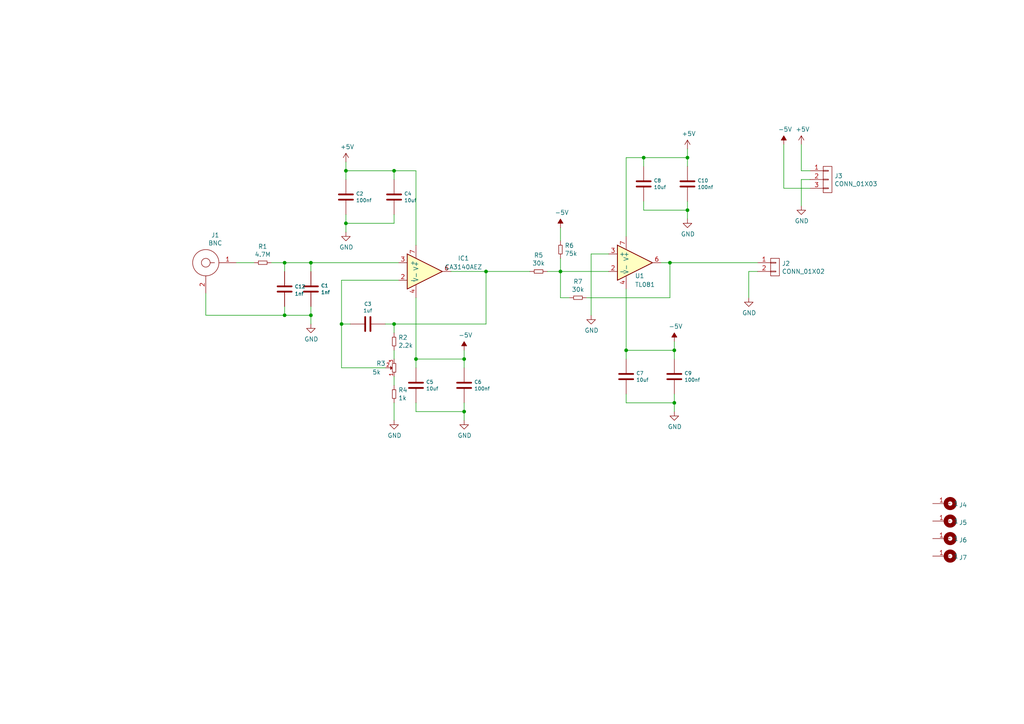
<source format=kicad_sch>
(kicad_sch (version 20211123) (generator eeschema)
  (paper "A4")
  (lib_symbols
    (symbol "EESTN5:C" (pin_numbers hide) (pin_names (offset 0.254))
      (property "Reference" "C" (at 0 2.54 0))
      (property "Value" "C" (at 0.1524 -2.159 0))
      (symbol "C_0_1"
        (polyline (pts (xy -2.032 -0.762) (xy 2.032 -0.762)) (stroke (width 0.508)))
        (polyline (pts (xy -2.032 0.762) (xy 2.032 0.762)) (stroke (width 0.508)))
      )
      (symbol "C_1_1"
        (pin passive line (at 0 5.08 270) (length 4.318) (name "~") (number "1"))
        (pin passive line (at 0 -5.08 90) (length 4.318) (name "~") (number "2"))
      )
    )
    (symbol "EESTN5:CONN_01X03" (pin_names (offset 1.016) hide)
      (property "Reference" "J" (at 0 5.08 0))
      (property "Value" "CONN_01X03" (at 2.54 0 90))
      (symbol "CONN_01X03_0_1"
        (rectangle (start -1.27 -2.413) (end 0.254 -2.667))
        (rectangle (start -1.27 0.127) (end 0.254 -0.127))
        (rectangle (start -1.27 2.667) (end 0.254 2.413))
        (rectangle (start -1.27 3.81) (end 1.27 -3.81))
      )
      (symbol "CONN_01X03_1_1"
        (pin passive line (at -5.08 2.54 0) (length 3.81) (name "P1") (number "1"))
        (pin passive line (at -5.08 0 0) (length 3.81) (name "P2") (number "2"))
        (pin passive line (at -5.08 -2.54 0) (length 3.81) (name "P3") (number "3"))
      )
    )
    (symbol "EESTN5:Cable_PAD" (pin_names (offset 1.016))
      (property "Reference" "J" (at 0 5.08 0))
      (symbol "Cable_PAD_0_1"
        (circle (center 0 0) (radius 1.27) (stroke (width 1.27)))
      )
      (symbol "Cable_PAD_1_1"
        (pin input line (at -5.08 0 0) (length 5.08) (name "1") (number "1"))
      )
    )
    (symbol "EESTN5:POT" (pin_names (offset 1.016) hide)
      (property "Reference" "R" (at 0 -1.27 0))
      (property "Value" "POT" (at 0 -3.81 0))
      (symbol "POT_0_0"
        (rectangle (start -1.27 0.508) (end 1.27 -0.508))
      )
      (symbol "POT_0_1"
        (polyline (pts (xy 0 0.508) (xy -0.508 1.016) (xy 0.508 1.016)) (fill (type outline)))
      )
      (symbol "POT_1_1"
        (pin passive line (at -2.54 0 0) (length 1.27) (name "1") (number "1"))
        (pin passive line (at 0 2.54 270) (length 1.524) (name "2") (number "2"))
        (pin passive line (at 2.54 0 180) (length 1.27) (name "3") (number "3"))
      )
    )
    (symbol "EESTN5:R" (pin_numbers hide) (pin_names (offset 0))
      (property "Reference" "R" (at -1.27 0 90))
      (property "Value" "R" (at 1.27 0 90))
      (symbol "R_0_1"
        (rectangle (start 0.508 1.27) (end -0.508 -1.27))
      )
      (symbol "R_1_1"
        (pin passive line (at 0 2.54 270) (length 1.27) (name "~") (number "1"))
        (pin passive line (at 0 -2.54 90) (length 1.27) (name "~") (number "2"))
      )
    )
    (symbol "EESTN5:TL081"
      (property "Reference" "U" (at 0 6.35 0))
      (property "Value" "TL081" (at 0 3.81 0))
      (symbol "TL081_0_1"
        (polyline (pts (xy -5.08 5.08) (xy 5.08 0) (xy -5.08 -5.08) (xy -5.08 5.08)) (stroke (width 0.254)) (fill (type background)))
      )
      (symbol "TL081_1_1"
        (pin input line (at 0 -7.62 90) (length 5.08) hide (name "~") (number "1"))
        (pin input line (at -7.62 -2.54 0) (length 2.54) (name "-") (number "2"))
        (pin input line (at -7.62 2.54 0) (length 2.54) (name "+") (number "3"))
        (pin power_in line (at -2.54 -7.62 90) (length 3.81) (name "V-") (number "4"))
        (pin input line (at 2.54 -7.62 90) (length 6.35) hide (name "~") (number "5"))
        (pin output line (at 7.62 0 180) (length 2.54) (name "~") (number "6"))
        (pin power_in line (at -2.54 7.62 270) (length 3.81) (name "V+") (number "7"))
        (pin no_connect line (at 0 2.54 270) (length 2.54) hide (name "NC") (number "8"))
      )
    )
    (symbol "MacroLib:BNC" (pin_names (offset 1.016) hide)
      (property "Reference" "J" (at 7.62 5.08 0))
      (property "Value" "BNC" (at 7.62 3.81 0))
      (symbol "BNC_0_0"
        (pin passive line (at 8.89 0 180) (length 5.08) (name "OUT") (number "1"))
        (pin passive line (at 0 -8.89 90) (length 5.08) (name "GND") (number "2"))
      )
      (symbol "BNC_0_1"
        (polyline (pts (xy 1.27 0) (xy 2.54 0)))
        (circle (center 0 0) (radius 1.27))
        (circle (center 0 0) (radius 3.81))
      )
    )
    (symbol "MacroLib:CA3140AEZ" (pin_names (offset 0.762))
      (property "Reference" "IC" (at 5.08 -2.54 0))
      (property "Value" "CA3140AEZ" (at 5.08 -5.08 0))
      (symbol "CA3140AEZ_0_0"
        (pin passive line (at 0 -7.62 90) (length 5.08) hide (name "OFFSET_NULL_1") (number "1"))
        (pin passive line (at 2.54 -6.35 90) (length 5.08) hide (name "OFFSET_NULL_2") (number "5"))
        (pin passive line (at 2.54 6.35 270) (length 5.08) hide (name "STROBE") (number "8"))
      )
      (symbol "CA3140AEZ_1_1"
        (polyline (pts (xy -5.08 5.08) (xy 5.08 0) (xy -5.08 -5.08) (xy -5.08 5.08)) (stroke (width 0.254)) (fill (type background)))
        (pin input line (at -7.62 -2.54 0) (length 2.54) (name "-") (number "2"))
        (pin input line (at -7.62 2.54 0) (length 2.54) (name "+") (number "3"))
        (pin power_in line (at -2.54 -7.62 90) (length 3.81) (name "V-") (number "4"))
        (pin output line (at 7.62 0 180) (length 2.54) (name "~") (number "6"))
        (pin power_in line (at -2.54 7.62 270) (length 3.81) (name "V+") (number "7"))
      )
    )
    (symbol "MacroLib:CONN_01X02" (pin_names (offset 1.016) hide)
      (property "Reference" "J" (at -1.27 5.715 0))
      (property "Value" "CONN_01X02" (at -0.635 3.81 0))
      (symbol "CONN_01X02_1_1"
        (rectangle (start -1.27 -1.143) (end 0.254 -1.397))
        (rectangle (start -1.27 1.397) (end 0.254 1.143))
        (rectangle (start -1.27 2.54) (end 1.27 -2.54))
        (pin passive line (at -5.08 1.27 0) (length 3.81) (name "P1") (number "1"))
        (pin passive line (at -5.08 -1.27 0) (length 3.81) (name "P2") (number "2"))
      )
    )
    (symbol "power:+5V" (power) (pin_names (offset 0))
      (property "Value" "+5V" (at 0 3.556 0))
      (symbol "+5V_0_1"
        (polyline (pts (xy -0.762 1.27) (xy 0 2.54)))
        (polyline (pts (xy 0 0) (xy 0 2.54)))
        (polyline (pts (xy 0 2.54) (xy 0.762 1.27)))
      )
      (symbol "+5V_1_1"
        (pin power_in line (at 0 0 90) (length 0) hide (name "+5V") (number "1"))
      )
    )
    (symbol "power:-5V" (power) (pin_names (offset 0))
      (property "Value" "-5V" (at 0 3.81 0))
      (symbol "-5V_0_0"
        (pin power_in line (at 0 0 90) (length 0) hide (name "-5V") (number "1"))
      )
      (symbol "-5V_0_1"
        (polyline (pts (xy 0 0) (xy 0 1.27) (xy 0.762 1.27) (xy 0 2.54) (xy -0.762 1.27) (xy 0 1.27)) (fill (type outline)))
      )
    )
    (symbol "power:GND" (power) (pin_names (offset 0))
      (property "Value" "GND" (at 0 -3.81 0))
      (symbol "GND_0_1"
        (polyline (pts (xy 0 0) (xy 0 -1.27) (xy 1.27 -1.27) (xy 0 -2.54) (xy -1.27 -1.27) (xy 0 -1.27)))
      )
      (symbol "GND_1_1"
        (pin power_in line (at 0 0 270) (length 0) hide (name "GND") (number "1"))
      )
    )
  )
  (junction (at 199.39 60.96))
  (junction (at 120.65 104.14))
  (junction (at 134.62 104.14))
  (junction (at 140.97 78.74))
  (junction (at 181.61 101.6))
  (junction (at 162.56 78.74))
  (junction (at 100.33 49.53))
  (junction (at 199.39 45.72))
  (junction (at 90.17 91.44))
  (junction (at 90.17 76.2))
  (junction (at 194.31 76.2))
  (junction (at 195.58 116.84))
  (junction (at 100.33 64.77))
  (junction (at 186.69 45.72))
  (junction (at 114.3 49.53))
  (junction (at 99.06 93.98))
  (junction (at 134.62 119.38))
  (junction (at 82.55 91.44))
  (junction (at 195.58 101.6))
  (junction (at 114.3 93.98))
  (junction (at 82.55 76.2))
  (wire (pts (xy 181.61 116.84) (xy 195.58 116.84)))
  (wire (pts (xy 114.3 109.22) (xy 114.3 111.76)))
  (wire (pts (xy 195.58 99.06) (xy 195.58 101.6)))
  (wire (pts (xy 78.74 76.2) (xy 82.55 76.2)))
  (wire (pts (xy 195.58 116.84) (xy 195.58 114.3)))
  (wire (pts (xy 199.39 60.96) (xy 186.69 60.96)))
  (wire (pts (xy 186.69 45.72) (xy 199.39 45.72)))
  (wire (pts (xy 217.17 78.74) (xy 219.71 78.74)))
  (wire (pts (xy 100.33 49.53) (xy 100.33 52.07)))
  (wire (pts (xy 120.65 86.36) (xy 120.65 104.14)))
  (wire (pts (xy 100.33 62.23) (xy 100.33 64.77)))
  (wire (pts (xy 120.65 119.38) (xy 134.62 119.38)))
  (wire (pts (xy 232.41 41.91) (xy 232.41 49.53)))
  (wire (pts (xy 162.56 66.04) (xy 162.56 69.85)))
  (wire (pts (xy 114.3 104.14) (xy 114.3 101.6)))
  (wire (pts (xy 181.61 114.3) (xy 181.61 116.84)))
  (wire (pts (xy 199.39 58.42) (xy 199.39 60.96)))
  (wire (pts (xy 59.69 91.44) (xy 82.55 91.44)))
  (wire (pts (xy 120.65 116.84) (xy 120.65 119.38)))
  (wire (pts (xy 114.3 96.52) (xy 114.3 93.98)))
  (wire (pts (xy 114.3 93.98) (xy 111.76 93.98)))
  (wire (pts (xy 162.56 78.74) (xy 158.75 78.74)))
  (wire (pts (xy 99.06 93.98) (xy 101.6 93.98)))
  (wire (pts (xy 100.33 64.77) (xy 114.3 64.77)))
  (wire (pts (xy 153.67 78.74) (xy 140.97 78.74)))
  (wire (pts (xy 199.39 43.18) (xy 199.39 45.72)))
  (wire (pts (xy 120.65 71.12) (xy 120.65 49.53)))
  (wire (pts (xy 232.41 49.53) (xy 234.95 49.53)))
  (wire (pts (xy 90.17 88.9) (xy 90.17 91.44)))
  (wire (pts (xy 90.17 93.98) (xy 90.17 91.44)))
  (wire (pts (xy 82.55 76.2) (xy 82.55 78.74)))
  (wire (pts (xy 140.97 93.98) (xy 140.97 78.74)))
  (wire (pts (xy 100.33 46.99) (xy 100.33 49.53)))
  (wire (pts (xy 134.62 101.6) (xy 134.62 104.14)))
  (wire (pts (xy 181.61 45.72) (xy 186.69 45.72)))
  (wire (pts (xy 82.55 91.44) (xy 90.17 91.44)))
  (wire (pts (xy 90.17 76.2) (xy 115.57 76.2)))
  (wire (pts (xy 134.62 106.68) (xy 134.62 104.14)))
  (wire (pts (xy 162.56 86.36) (xy 165.1 86.36)))
  (wire (pts (xy 232.41 59.69) (xy 232.41 52.07)))
  (wire (pts (xy 195.58 119.38) (xy 195.58 116.84)))
  (wire (pts (xy 114.3 64.77) (xy 114.3 62.23)))
  (wire (pts (xy 199.39 63.5) (xy 199.39 60.96)))
  (wire (pts (xy 114.3 52.07) (xy 114.3 49.53)))
  (wire (pts (xy 59.69 85.09) (xy 59.69 91.44)))
  (wire (pts (xy 195.58 101.6) (xy 181.61 101.6)))
  (wire (pts (xy 195.58 104.14) (xy 195.58 101.6)))
  (wire (pts (xy 99.06 106.68) (xy 99.06 93.98)))
  (wire (pts (xy 181.61 101.6) (xy 181.61 104.14)))
  (wire (pts (xy 68.58 76.2) (xy 73.66 76.2)))
  (wire (pts (xy 194.31 76.2) (xy 191.77 76.2)))
  (wire (pts (xy 171.45 73.66) (xy 176.53 73.66)))
  (wire (pts (xy 134.62 121.92) (xy 134.62 119.38)))
  (wire (pts (xy 217.17 86.36) (xy 217.17 78.74)))
  (wire (pts (xy 186.69 48.26) (xy 186.69 45.72)))
  (wire (pts (xy 114.3 93.98) (xy 140.97 93.98)))
  (wire (pts (xy 111.76 106.68) (xy 99.06 106.68)))
  (wire (pts (xy 134.62 104.14) (xy 120.65 104.14)))
  (wire (pts (xy 120.65 104.14) (xy 120.65 106.68)))
  (wire (pts (xy 120.65 49.53) (xy 114.3 49.53)))
  (wire (pts (xy 232.41 52.07) (xy 234.95 52.07)))
  (wire (pts (xy 82.55 88.9) (xy 82.55 91.44)))
  (wire (pts (xy 181.61 68.58) (xy 181.61 45.72)))
  (wire (pts (xy 194.31 86.36) (xy 194.31 76.2)))
  (wire (pts (xy 199.39 45.72) (xy 199.39 48.26)))
  (wire (pts (xy 99.06 93.98) (xy 99.06 81.28)))
  (wire (pts (xy 162.56 78.74) (xy 176.53 78.74)))
  (wire (pts (xy 100.33 49.53) (xy 114.3 49.53)))
  (wire (pts (xy 227.33 41.91) (xy 227.33 54.61)))
  (wire (pts (xy 170.18 86.36) (xy 194.31 86.36)))
  (wire (pts (xy 130.81 78.74) (xy 140.97 78.74)))
  (wire (pts (xy 194.31 76.2) (xy 219.71 76.2)))
  (wire (pts (xy 90.17 78.74) (xy 90.17 76.2)))
  (wire (pts (xy 181.61 83.82) (xy 181.61 101.6)))
  (wire (pts (xy 100.33 67.31) (xy 100.33 64.77)))
  (wire (pts (xy 134.62 119.38) (xy 134.62 116.84)))
  (wire (pts (xy 99.06 81.28) (xy 115.57 81.28)))
  (wire (pts (xy 82.55 76.2) (xy 90.17 76.2)))
  (wire (pts (xy 171.45 91.44) (xy 171.45 73.66)))
  (wire (pts (xy 162.56 78.74) (xy 162.56 86.36)))
  (wire (pts (xy 162.56 74.93) (xy 162.56 78.74)))
  (wire (pts (xy 186.69 60.96) (xy 186.69 58.42)))
  (wire (pts (xy 114.3 116.84) (xy 114.3 121.92)))
  (wire (pts (xy 227.33 54.61) (xy 234.95 54.61)))
  (symbol (lib_id "EESTN5:TL081") (at 184.15 76.2 0) (unit 1)
    (property "Reference" "U1" (at 184.15 80.01 0) (effects (justify left)))
    (property "Value" "TL081" (at 184.15 82.55 0) (effects (justify left)))
    (property "Footprint" "EESTN5:DIP-8" (effects hide))
  )
  (symbol (lib_id "MacroLib:BNC") (at 59.69 76.2 0) (unit 1)
    (property "Reference" "J1" (at 62.4332 68.199 0))
    (property "Value" "BNC" (at 62.4332 70.5104 0))
    (property "Footprint" "MacroLib:BNC_Amphenol_B6252HB-NPP3G-50_Horizontal" (effects hide))
  )
  (symbol (lib_id "EESTN5:R") (at 76.2 76.2 270) (unit 1)
    (property "Reference" "R1" (at 76.2 71.501 90))
    (property "Value" "4.7M" (at 76.2 73.8124 90))
    (property "Footprint" "EESTN5:R_0805" (effects hide))
  )
  (symbol (lib_id "EESTN5:C") (at 90.17 83.82 0) (unit 1)
    (property "Reference" "C1" (at 93.091 82.8548 0) (effects (font (size 1.016 1.016)) (justify left)))
    (property "Value" "1nf" (at 93.091 84.7852 0) (effects (font (size 1.016 1.016)) (justify left)))
    (property "Footprint" "EESTN5:C_0805" (effects hide))
  )
  (symbol (lib_id "power:GND") (at 90.17 93.98 0) (unit 1)
    (property "Reference" "#PWR01" (effects hide))
    (property "Value" "GND" (at 90.297 98.3742 0))
  )
  (symbol (lib_id "EESTN5:C") (at 120.65 111.76 0) (unit 1)
    (property "Reference" "C5" (at 123.571 110.7948 0) (effects (font (size 1.016 1.016)) (justify left)))
    (property "Value" "10uf" (at 123.571 112.7252 0) (effects (font (size 1.016 1.016)) (justify left)))
    (property "Footprint" "EESTN5:C_0805" (effects hide))
  )
  (symbol (lib_id "EESTN5:C") (at 134.62 111.76 0) (unit 1)
    (property "Reference" "C6" (at 137.541 110.7948 0) (effects (font (size 1.016 1.016)) (justify left)))
    (property "Value" "100nf" (at 137.541 112.7252 0) (effects (font (size 1.016 1.016)) (justify left)))
    (property "Footprint" "EESTN5:C_0805" (effects hide))
  )
  (symbol (lib_id "power:-5V") (at 134.62 101.6 0) (unit 1)
    (property "Reference" "#PWR05" (effects hide))
    (property "Value" "-5V" (at 135.001 97.2058 0))
  )
  (symbol (lib_id "EESTN5:POT") (at 114.3 106.68 90) (unit 1)
    (property "Reference" "R3" (at 110.49 105.41 90))
    (property "Value" "5k" (at 109.22 107.95 90))
    (property "Footprint" "MacroLib:Preset_3296W" (effects hide))
  )
  (symbol (lib_id "EESTN5:R") (at 114.3 99.06 0) (unit 1)
    (property "Reference" "R2" (at 115.5192 97.8916 0) (effects (justify left)))
    (property "Value" "2.2k" (at 115.5192 100.203 0) (effects (justify left)))
    (property "Footprint" "EESTN5:RES0.3" (effects hide))
  )
  (symbol (lib_id "EESTN5:C") (at 106.68 93.98 270) (unit 1)
    (property "Reference" "C3" (at 106.68 88.1634 90) (effects (font (size 1.016 1.016))))
    (property "Value" "1uf" (at 106.68 90.0938 90) (effects (font (size 1.016 1.016))))
    (property "Footprint" "EESTN5:C_0805" (effects hide))
  )
  (symbol (lib_id "EESTN5:R") (at 114.3 114.3 180) (unit 1)
    (property "Reference" "R4" (at 115.5192 113.1316 0) (effects (justify right)))
    (property "Value" "1k" (at 115.5192 115.443 0) (effects (justify right)))
    (property "Footprint" "EESTN5:RES0.3" (effects hide))
  )
  (symbol (lib_id "power:GND") (at 114.3 121.92 0) (unit 1)
    (property "Reference" "#PWR04" (effects hide))
    (property "Value" "GND" (at 114.427 126.3142 0))
  )
  (symbol (lib_id "EESTN5:C") (at 114.3 57.15 0) (unit 1)
    (property "Reference" "C4" (at 117.221 56.1848 0) (effects (font (size 1.016 1.016)) (justify left)))
    (property "Value" "10uf" (at 117.221 58.1152 0) (effects (font (size 1.016 1.016)) (justify left)))
    (property "Footprint" "EESTN5:C_0805" (effects hide))
  )
  (symbol (lib_id "EESTN5:C") (at 100.33 57.15 0) (unit 1)
    (property "Reference" "C2" (at 103.251 56.1848 0) (effects (font (size 1.016 1.016)) (justify left)))
    (property "Value" "100nf" (at 103.251 58.1152 0) (effects (font (size 1.016 1.016)) (justify left)))
    (property "Footprint" "EESTN5:C_0805" (effects hide))
  )
  (symbol (lib_id "power:GND") (at 100.33 67.31 0) (unit 1)
    (property "Reference" "#PWR03" (effects hide))
    (property "Value" "GND" (at 100.457 71.7042 0))
  )
  (symbol (lib_id "power:+5V") (at 100.33 46.99 0) (unit 1)
    (property "Reference" "#PWR02" (effects hide))
    (property "Value" "+5V" (at 100.711 42.5958 0))
  )
  (symbol (lib_id "power:GND") (at 134.62 121.92 0) (unit 1)
    (property "Reference" "#PWR06" (effects hide))
    (property "Value" "GND" (at 134.747 126.3142 0))
  )
  (symbol (lib_id "power:GND") (at 171.45 91.44 0) (unit 1)
    (property "Reference" "#PWR08" (effects hide))
    (property "Value" "GND" (at 171.577 95.8342 0))
  )
  (symbol (lib_id "EESTN5:C") (at 186.69 53.34 0) (unit 1)
    (property "Reference" "C8" (at 189.611 52.3748 0) (effects (font (size 1.016 1.016)) (justify left)))
    (property "Value" "10uf" (at 189.611 54.3052 0) (effects (font (size 1.016 1.016)) (justify left)))
    (property "Footprint" "EESTN5:C_0805" (effects hide))
  )
  (symbol (lib_id "EESTN5:C") (at 199.39 53.34 0) (unit 1)
    (property "Reference" "C10" (at 202.311 52.3748 0) (effects (font (size 1.016 1.016)) (justify left)))
    (property "Value" "100nf" (at 202.311 54.3052 0) (effects (font (size 1.016 1.016)) (justify left)))
    (property "Footprint" "EESTN5:C_0805" (effects hide))
  )
  (symbol (lib_id "power:GND") (at 199.39 63.5 0) (unit 1)
    (property "Reference" "#PWR012" (effects hide))
    (property "Value" "GND" (at 199.517 67.8942 0))
  )
  (symbol (lib_id "power:+5V") (at 199.39 43.18 0) (unit 1)
    (property "Reference" "#PWR011" (effects hide))
    (property "Value" "+5V" (at 199.771 38.7858 0))
  )
  (symbol (lib_id "power:-5V") (at 195.58 99.06 0) (unit 1)
    (property "Reference" "#PWR09" (effects hide))
    (property "Value" "-5V" (at 195.961 94.6658 0))
  )
  (symbol (lib_id "EESTN5:C") (at 195.58 109.22 0) (unit 1)
    (property "Reference" "C9" (at 198.501 108.2548 0) (effects (font (size 1.016 1.016)) (justify left)))
    (property "Value" "100nf" (at 198.501 110.1852 0) (effects (font (size 1.016 1.016)) (justify left)))
    (property "Footprint" "EESTN5:C_0805" (effects hide))
  )
  (symbol (lib_id "EESTN5:C") (at 181.61 109.22 0) (unit 1)
    (property "Reference" "C7" (at 184.531 108.2548 0) (effects (font (size 1.016 1.016)) (justify left)))
    (property "Value" "10uf" (at 184.531 110.1852 0) (effects (font (size 1.016 1.016)) (justify left)))
    (property "Footprint" "EESTN5:C_0805" (effects hide))
  )
  (symbol (lib_id "power:GND") (at 195.58 119.38 0) (unit 1)
    (property "Reference" "#PWR010" (effects hide))
    (property "Value" "GND" (at 195.707 123.7742 0))
  )
  (symbol (lib_id "EESTN5:R") (at 156.21 78.74 270) (unit 1)
    (property "Reference" "R5" (at 156.21 74.041 90))
    (property "Value" "30k" (at 156.21 76.3524 90))
    (property "Footprint" "EESTN5:RES0.3" (effects hide))
  )
  (symbol (lib_id "EESTN5:R") (at 162.56 72.39 0) (unit 1)
    (property "Reference" "R6" (at 163.7792 71.2216 0) (effects (justify left)))
    (property "Value" "75k" (at 163.7792 73.533 0) (effects (justify left)))
    (property "Footprint" "EESTN5:RES0.3" (effects hide))
  )
  (symbol (lib_id "power:-5V") (at 162.56 66.04 0) (unit 1)
    (property "Reference" "#PWR07" (effects hide))
    (property "Value" "-5V" (at 162.941 61.6458 0))
  )
  (symbol (lib_id "EESTN5:R") (at 167.64 86.36 270) (unit 1)
    (property "Reference" "R7" (at 167.64 81.661 90))
    (property "Value" "30k" (at 167.64 83.9724 90))
    (property "Footprint" "EESTN5:R_0805" (effects hide))
  )
  (symbol (lib_id "MacroLib:CONN_01X02") (at 224.79 77.47 0) (unit 1)
    (property "Reference" "J2" (at 226.7712 76.4286 0) (effects (justify left)))
    (property "Value" "CONN_01X02" (at 226.7712 78.74 0) (effects (justify left)))
    (property "Footprint" "EESTN5:Pin_strip_2" (effects hide))
  )
  (symbol (lib_id "EESTN5:CONN_01X03") (at 240.03 52.07 0) (unit 1)
    (property "Reference" "J3" (at 242.0112 51.0286 0) (effects (justify left)))
    (property "Value" "CONN_01X03" (at 242.0112 53.34 0) (effects (justify left)))
    (property "Footprint" "EESTN5:Pin_Strip_3" (effects hide))
  )
  (symbol (lib_id "power:GND") (at 217.17 86.36 0) (unit 1)
    (property "Reference" "#PWR0102" (effects hide))
    (property "Value" "GND" (at 217.297 90.7542 0))
  )
  (symbol (lib_id "power:+5V") (at 232.41 41.91 0) (unit 1)
    (property "Reference" "#PWR0103" (effects hide))
    (property "Value" "+5V" (at 232.791 37.5158 0))
  )
  (symbol (lib_id "power:GND") (at 232.41 59.69 0) (unit 1)
    (property "Reference" "#PWR0101" (effects hide))
    (property "Value" "GND" (at 232.537 64.0842 0))
  )
  (symbol (lib_id "power:-5V") (at 227.33 41.91 0) (unit 1)
    (property "Reference" "#PWR0104" (effects hide))
    (property "Value" "-5V" (at 227.711 37.5158 0))
  )
  (symbol (lib_id "EESTN5:Cable_PAD") (at 275.59 146.05 0) (unit 1)
    (property "Reference" "J4" (at 278.13 146.4838 0) (effects (justify left)))
    (property "Value" "Cable_PAD" (effects hide))
    (property "Footprint" "EESTN5:Tornillo_M3_8mm" (effects hide))
  )
  (symbol (lib_id "EESTN5:Cable_PAD") (at 275.59 156.21 0) (unit 1)
    (property "Reference" "J6" (at 278.13 156.6438 0) (effects (justify left)))
    (property "Value" "Cable_PAD" (effects hide))
    (property "Footprint" "EESTN5:Tornillo_M3_8mm" (effects hide))
  )
  (symbol (lib_id "MacroLib:CA3140AEZ") (at 123.19 78.74 0) (unit 1)
    (property "Reference" "IC1" (at 134.4333 74.9133 0))
    (property "Value" "CA3140AEZ" (at 134.4333 77.4502 0))
    (property "Footprint" "EESTN5:DIP-8" (effects hide))
    (property "Datasheet" "http://componentsearchengine.com/Datasheets/1/CA3140AEZ.pdf" (effects hide))
    (property "Description" "Gen Purpose OP Amp Single 18V/36V" (effects hide))
    (property "Height" "5.33" (effects hide))
    (property "Manufacturer_Name" "Intersil" (effects hide))
    (property "Manufacturer_Part_Number" "CA3140AEZ" (effects hide))
    (property "Mouser Part Number" "968-CA3140AEZ" (effects hide))
    (property "Mouser Price/Stock" "http://www.mouser.com/Search/ProductDetail.aspx?qs=cbl4%252bYHJGOHUlWz8IZgCeg%3d%3d" (effects hide))
    (property "Arrow Part Number" "CA3140AEZ" (effects hide))
    (property "Arrow Price/Stock" "https://www.arrow.com/en/products/ca3140aez/intersil" (effects hide))
  )
  (symbol (lib_id "EESTN5:Cable_PAD") (at 275.59 151.13 0) (unit 1)
    (property "Reference" "J5" (at 278.13 151.5638 0) (effects (justify left)))
    (property "Value" "Cable_PAD" (effects hide))
    (property "Footprint" "EESTN5:Tornillo_M3_8mm" (effects hide))
  )
  (symbol (lib_id "EESTN5:Cable_PAD") (at 275.59 161.29 0) (unit 1)
    (property "Reference" "J7" (at 278.13 161.7238 0) (effects (justify left)))
    (property "Value" "Cable_PAD" (effects hide))
    (property "Footprint" "EESTN5:Tornillo_M3_8mm" (effects hide))
  )
  (symbol (lib_id "EESTN5:C") (at 82.55 83.82 0) (unit 1)
    (property "Reference" "C12" (at 85.471 83.1269 0) (effects (font (size 1.016 1.016)) (justify left)))
    (property "Value" "1nf" (at 85.471 85.2073 0) (effects (font (size 1.016 1.016)) (justify left)))
    (property "Footprint" "EESTN5:C_0805" (effects hide))
  )
)
</source>
